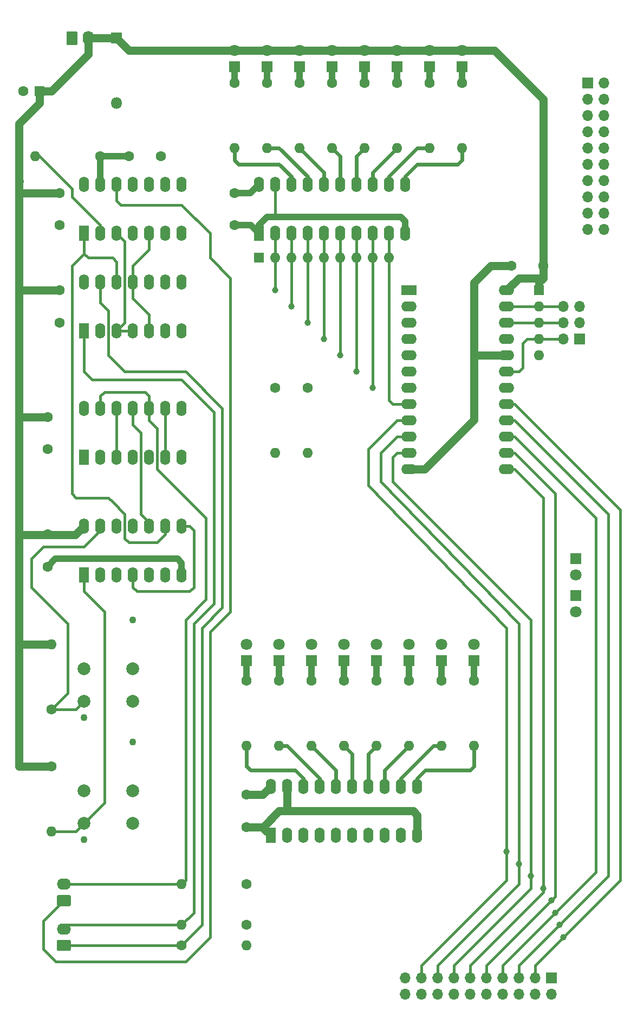
<source format=gbr>
G04 #@! TF.GenerationSoftware,KiCad,Pcbnew,(5.1.7)-1*
G04 #@! TF.CreationDate,2020-12-28T01:07:41+01:00*
G04 #@! TF.ProjectId,speichermodul,73706569-6368-4657-926d-6f64756c2e6b,rev?*
G04 #@! TF.SameCoordinates,Original*
G04 #@! TF.FileFunction,Copper,L1,Top*
G04 #@! TF.FilePolarity,Positive*
%FSLAX46Y46*%
G04 Gerber Fmt 4.6, Leading zero omitted, Abs format (unit mm)*
G04 Created by KiCad (PCBNEW (5.1.7)-1) date 2020-12-28 01:07:41*
%MOMM*%
%LPD*%
G01*
G04 APERTURE LIST*
G04 #@! TA.AperFunction,ComponentPad*
%ADD10C,1.600000*%
G04 #@! TD*
G04 #@! TA.AperFunction,ComponentPad*
%ADD11R,1.600000X2.400000*%
G04 #@! TD*
G04 #@! TA.AperFunction,ComponentPad*
%ADD12O,1.600000X2.400000*%
G04 #@! TD*
G04 #@! TA.AperFunction,ComponentPad*
%ADD13O,1.800000X1.800000*%
G04 #@! TD*
G04 #@! TA.AperFunction,ComponentPad*
%ADD14R,1.800000X1.800000*%
G04 #@! TD*
G04 #@! TA.AperFunction,ComponentPad*
%ADD15R,1.600000X1.600000*%
G04 #@! TD*
G04 #@! TA.AperFunction,ComponentPad*
%ADD16O,1.600000X1.600000*%
G04 #@! TD*
G04 #@! TA.AperFunction,ComponentPad*
%ADD17O,1.700000X1.700000*%
G04 #@! TD*
G04 #@! TA.AperFunction,ComponentPad*
%ADD18R,1.700000X1.700000*%
G04 #@! TD*
G04 #@! TA.AperFunction,ComponentPad*
%ADD19R,2.400000X1.600000*%
G04 #@! TD*
G04 #@! TA.AperFunction,ComponentPad*
%ADD20O,2.400000X1.600000*%
G04 #@! TD*
G04 #@! TA.AperFunction,ComponentPad*
%ADD21C,1.800000*%
G04 #@! TD*
G04 #@! TA.AperFunction,ComponentPad*
%ADD22C,2.000000*%
G04 #@! TD*
G04 #@! TA.AperFunction,ComponentPad*
%ADD23C,1.100000*%
G04 #@! TD*
G04 #@! TA.AperFunction,ComponentPad*
%ADD24O,1.740000X2.190000*%
G04 #@! TD*
G04 #@! TA.AperFunction,ComponentPad*
%ADD25O,2.190000X1.740000*%
G04 #@! TD*
G04 #@! TA.AperFunction,ViaPad*
%ADD26C,1.000000*%
G04 #@! TD*
G04 #@! TA.AperFunction,Conductor*
%ADD27C,1.250000*%
G04 #@! TD*
G04 #@! TA.AperFunction,Conductor*
%ADD28C,1.000000*%
G04 #@! TD*
G04 #@! TA.AperFunction,Conductor*
%ADD29C,0.400000*%
G04 #@! TD*
G04 #@! TA.AperFunction,Conductor*
%ADD30C,0.600000*%
G04 #@! TD*
G04 APERTURE END LIST*
D10*
X61515000Y-52705000D03*
X56515000Y-52705000D03*
D11*
X78740000Y-158750000D03*
D12*
X101600000Y-151130000D03*
X81280000Y-158750000D03*
X99060000Y-151130000D03*
X83820000Y-158750000D03*
X96520000Y-151130000D03*
X86360000Y-158750000D03*
X93980000Y-151130000D03*
X88900000Y-158750000D03*
X91440000Y-151130000D03*
X91440000Y-158750000D03*
X88900000Y-151130000D03*
X93980000Y-158750000D03*
X86360000Y-151130000D03*
X96520000Y-158750000D03*
X83820000Y-151130000D03*
X99060000Y-158750000D03*
X81280000Y-151130000D03*
X101600000Y-158750000D03*
X78740000Y-151130000D03*
D13*
X54610000Y-44450000D03*
D14*
X54610000Y-34290000D03*
D10*
X40045000Y-42545000D03*
D15*
X42545000Y-42545000D03*
D16*
X120650000Y-83820000D03*
X120650000Y-81280000D03*
X120650000Y-78740000D03*
X120650000Y-76200000D03*
D15*
X120650000Y-73660000D03*
D17*
X124460000Y-76200000D03*
X127000000Y-76200000D03*
X124460000Y-78740000D03*
X127000000Y-78740000D03*
X124460000Y-81280000D03*
D18*
X127000000Y-81280000D03*
D17*
X99695000Y-183515000D03*
X99695000Y-180975000D03*
X102235000Y-183515000D03*
X102235000Y-180975000D03*
X104775000Y-183515000D03*
X104775000Y-180975000D03*
X107315000Y-183515000D03*
X107315000Y-180975000D03*
X109855000Y-183515000D03*
X109855000Y-180975000D03*
X112395000Y-183515000D03*
X112395000Y-180975000D03*
X114935000Y-183515000D03*
X114935000Y-180975000D03*
X117475000Y-183515000D03*
X117475000Y-180975000D03*
X120015000Y-183515000D03*
X120015000Y-180975000D03*
X122555000Y-183515000D03*
D18*
X122555000Y-180975000D03*
D17*
X130810000Y-64135000D03*
X128270000Y-64135000D03*
X130810000Y-61595000D03*
X128270000Y-61595000D03*
X130810000Y-59055000D03*
X128270000Y-59055000D03*
X130810000Y-56515000D03*
X128270000Y-56515000D03*
X130810000Y-53975000D03*
X128270000Y-53975000D03*
X130810000Y-51435000D03*
X128270000Y-51435000D03*
X130810000Y-48895000D03*
X128270000Y-48895000D03*
X130810000Y-46355000D03*
X128270000Y-46355000D03*
X130810000Y-43815000D03*
X128270000Y-43815000D03*
X130810000Y-41275000D03*
D18*
X128270000Y-41275000D03*
D19*
X100330000Y-73660000D03*
D20*
X115570000Y-101600000D03*
X100330000Y-76200000D03*
X115570000Y-99060000D03*
X100330000Y-78740000D03*
X115570000Y-96520000D03*
X100330000Y-81280000D03*
X115570000Y-93980000D03*
X100330000Y-83820000D03*
X115570000Y-91440000D03*
X100330000Y-86360000D03*
X115570000Y-88900000D03*
X100330000Y-88900000D03*
X115570000Y-86360000D03*
X100330000Y-91440000D03*
X115570000Y-83820000D03*
X100330000Y-93980000D03*
X115570000Y-81280000D03*
X100330000Y-96520000D03*
X115570000Y-78740000D03*
X100330000Y-99060000D03*
X115570000Y-76200000D03*
X100330000Y-101600000D03*
X115570000Y-73660000D03*
D12*
X76835000Y-57150000D03*
X99695000Y-64770000D03*
X79375000Y-57150000D03*
X97155000Y-64770000D03*
X81915000Y-57150000D03*
X94615000Y-64770000D03*
X84455000Y-57150000D03*
X92075000Y-64770000D03*
X86995000Y-57150000D03*
X89535000Y-64770000D03*
X89535000Y-57150000D03*
X86995000Y-64770000D03*
X92075000Y-57150000D03*
X84455000Y-64770000D03*
X94615000Y-57150000D03*
X81915000Y-64770000D03*
X97155000Y-57150000D03*
X79375000Y-64770000D03*
X99695000Y-57150000D03*
D11*
X76835000Y-64770000D03*
D10*
X74930000Y-152400000D03*
X74930000Y-157400000D03*
X116285000Y-69850000D03*
X121285000Y-69850000D03*
X45720000Y-63500000D03*
X45720000Y-58500000D03*
X73025000Y-63500000D03*
X73025000Y-58500000D03*
X43815000Y-98425000D03*
X43815000Y-93425000D03*
X43815000Y-116760000D03*
X43815000Y-111760000D03*
X45720000Y-78660000D03*
X45720000Y-73660000D03*
D21*
X73025000Y-36195000D03*
D14*
X73025000Y-38735000D03*
D21*
X78105000Y-36195000D03*
D14*
X78105000Y-38735000D03*
D21*
X83185000Y-36195000D03*
D14*
X83185000Y-38735000D03*
D21*
X88265000Y-36195000D03*
D14*
X88265000Y-38735000D03*
D21*
X93345000Y-36195000D03*
D14*
X93345000Y-38735000D03*
D21*
X98425000Y-36195000D03*
D14*
X98425000Y-38735000D03*
D21*
X103505000Y-36195000D03*
D14*
X103505000Y-38735000D03*
D21*
X108585000Y-36195000D03*
D14*
X108585000Y-38735000D03*
X74930000Y-131445000D03*
D21*
X74930000Y-128905000D03*
D14*
X80010000Y-131445000D03*
D21*
X80010000Y-128905000D03*
D14*
X85090000Y-131445000D03*
D21*
X85090000Y-128905000D03*
D14*
X90170000Y-131445000D03*
D21*
X90170000Y-128905000D03*
D14*
X95250000Y-131445000D03*
D21*
X95250000Y-128905000D03*
D14*
X100330000Y-131445000D03*
D21*
X100330000Y-128905000D03*
D14*
X105410000Y-131445000D03*
D21*
X105410000Y-128905000D03*
D14*
X110490000Y-131445000D03*
D21*
X110490000Y-128905000D03*
X126365000Y-118110000D03*
D14*
X126365000Y-115570000D03*
D21*
X126365000Y-123825000D03*
D14*
X126365000Y-121285000D03*
D16*
X74930000Y-175895000D03*
D10*
X64770000Y-175895000D03*
D16*
X64770000Y-172720000D03*
D10*
X74930000Y-172720000D03*
D16*
X108585000Y-51435000D03*
D10*
X108585000Y-41275000D03*
D16*
X103505000Y-51435000D03*
D10*
X103505000Y-41275000D03*
D16*
X98425000Y-51435000D03*
D10*
X98425000Y-41275000D03*
D16*
X93345000Y-51435000D03*
D10*
X93345000Y-41275000D03*
D16*
X88265000Y-51435000D03*
D10*
X88265000Y-41275000D03*
D16*
X83185000Y-51435000D03*
D10*
X83185000Y-41275000D03*
D16*
X78105000Y-51435000D03*
D10*
X78105000Y-41275000D03*
D16*
X73025000Y-51435000D03*
D10*
X73025000Y-41275000D03*
X110490000Y-134620000D03*
D16*
X110490000Y-144780000D03*
D10*
X105410000Y-134620000D03*
D16*
X105410000Y-144780000D03*
D10*
X100330000Y-134620000D03*
D16*
X100330000Y-144780000D03*
D10*
X95250000Y-134620000D03*
D16*
X95250000Y-144780000D03*
D10*
X90170000Y-134620000D03*
D16*
X90170000Y-144780000D03*
D10*
X85090000Y-134620000D03*
D16*
X85090000Y-144780000D03*
D10*
X80010000Y-134620000D03*
D16*
X80010000Y-144780000D03*
X84455000Y-99060000D03*
D10*
X84455000Y-88900000D03*
D16*
X79375000Y-99060000D03*
D10*
X79375000Y-88900000D03*
D16*
X41910000Y-52705000D03*
D10*
X52070000Y-52705000D03*
X74930000Y-134620000D03*
D16*
X74930000Y-144780000D03*
X64770000Y-166370000D03*
D10*
X74930000Y-166370000D03*
D16*
X44450000Y-128905000D03*
D10*
X44450000Y-139065000D03*
D16*
X44450000Y-158115000D03*
D10*
X44450000Y-147955000D03*
D12*
X49530000Y-57150000D03*
X64770000Y-64770000D03*
X52070000Y-57150000D03*
X62230000Y-64770000D03*
X54610000Y-57150000D03*
X59690000Y-64770000D03*
X57150000Y-57150000D03*
X57150000Y-64770000D03*
X59690000Y-57150000D03*
X54610000Y-64770000D03*
X62230000Y-57150000D03*
X52070000Y-64770000D03*
X64770000Y-57150000D03*
D11*
X49530000Y-64770000D03*
D12*
X49530000Y-72390000D03*
X64770000Y-80010000D03*
X52070000Y-72390000D03*
X62230000Y-80010000D03*
X54610000Y-72390000D03*
X59690000Y-80010000D03*
X57150000Y-72390000D03*
X57150000Y-80010000D03*
X59690000Y-72390000D03*
X54610000Y-80010000D03*
X62230000Y-72390000D03*
X52070000Y-80010000D03*
X64770000Y-72390000D03*
D11*
X49530000Y-80010000D03*
D12*
X49530000Y-92075000D03*
X64770000Y-99695000D03*
X52070000Y-92075000D03*
X62230000Y-99695000D03*
X54610000Y-92075000D03*
X59690000Y-99695000D03*
X57150000Y-92075000D03*
X57150000Y-99695000D03*
X59690000Y-92075000D03*
X54610000Y-99695000D03*
X62230000Y-92075000D03*
X52070000Y-99695000D03*
X64770000Y-92075000D03*
D11*
X49530000Y-99695000D03*
D12*
X49530000Y-110490000D03*
X64770000Y-118110000D03*
X52070000Y-110490000D03*
X62230000Y-118110000D03*
X54610000Y-110490000D03*
X59690000Y-118110000D03*
X57150000Y-110490000D03*
X57150000Y-118110000D03*
X59690000Y-110490000D03*
X54610000Y-118110000D03*
X62230000Y-110490000D03*
X52070000Y-118110000D03*
X64770000Y-110490000D03*
D11*
X49530000Y-118110000D03*
D22*
X57150000Y-151765000D03*
D23*
X49530000Y-159385000D03*
X57150000Y-144145000D03*
D22*
X57150000Y-156845000D03*
X49530000Y-151765000D03*
X49530000Y-156845000D03*
X49530000Y-137795000D03*
X49530000Y-132715000D03*
X57150000Y-137795000D03*
D23*
X57150000Y-125095000D03*
X49530000Y-140335000D03*
D22*
X57150000Y-132715000D03*
D24*
X50165000Y-34290000D03*
G04 #@! TA.AperFunction,ComponentPad*
G36*
G01*
X46755000Y-35135001D02*
X46755000Y-33444999D01*
G75*
G02*
X47004999Y-33195000I249999J0D01*
G01*
X48245001Y-33195000D01*
G75*
G02*
X48495000Y-33444999I0J-249999D01*
G01*
X48495000Y-35135001D01*
G75*
G02*
X48245001Y-35385000I-249999J0D01*
G01*
X47004999Y-35385000D01*
G75*
G02*
X46755000Y-35135001I0J249999D01*
G01*
G37*
G04 #@! TD.AperFunction*
D25*
X46355000Y-166370000D03*
G04 #@! TA.AperFunction,ComponentPad*
G36*
G01*
X47200001Y-169780000D02*
X45509999Y-169780000D01*
G75*
G02*
X45260000Y-169530001I0J249999D01*
G01*
X45260000Y-168289999D01*
G75*
G02*
X45509999Y-168040000I249999J0D01*
G01*
X47200001Y-168040000D01*
G75*
G02*
X47450000Y-168289999I0J-249999D01*
G01*
X47450000Y-169530001D01*
G75*
G02*
X47200001Y-169780000I-249999J0D01*
G01*
G37*
G04 #@! TD.AperFunction*
X46355000Y-173355000D03*
G04 #@! TA.AperFunction,ComponentPad*
G36*
G01*
X47200001Y-176765000D02*
X45509999Y-176765000D01*
G75*
G02*
X45260000Y-176515001I0J249999D01*
G01*
X45260000Y-175274999D01*
G75*
G02*
X45509999Y-175025000I249999J0D01*
G01*
X47200001Y-175025000D01*
G75*
G02*
X47450000Y-175274999I0J-249999D01*
G01*
X47450000Y-176515001D01*
G75*
G02*
X47200001Y-176765000I-249999J0D01*
G01*
G37*
G04 #@! TD.AperFunction*
D16*
X97155000Y-68580000D03*
X94615000Y-68580000D03*
X92075000Y-68580000D03*
X89535000Y-68580000D03*
X86995000Y-68580000D03*
X84455000Y-68580000D03*
X81915000Y-68580000D03*
X79375000Y-68580000D03*
D15*
X76835000Y-68580000D03*
D26*
X115570000Y-161290000D03*
X117475000Y-163195000D03*
X119380000Y-165100000D03*
X121285000Y-167005000D03*
X122555000Y-168910000D03*
X123190000Y-170815000D03*
X123825000Y-172720000D03*
X124460000Y-174625000D03*
X79375000Y-73660000D03*
X81915000Y-76200000D03*
X84455000Y-78740000D03*
X86995000Y-81280000D03*
X89535000Y-83820000D03*
X92075000Y-86360000D03*
X94615000Y-88900000D03*
D27*
X50165000Y-34290000D02*
X54610000Y-34290000D01*
X50165000Y-34290000D02*
X50165000Y-36830000D01*
X44450000Y-42545000D02*
X42545000Y-42545000D01*
X50165000Y-36830000D02*
X44450000Y-42545000D01*
X42545000Y-42545000D02*
X42545000Y-44450000D01*
X42545000Y-44450000D02*
X39370000Y-47625000D01*
X39370000Y-47625000D02*
X39370000Y-50165000D01*
X39450000Y-56595000D02*
X39370000Y-56515000D01*
X45720000Y-58500000D02*
X39450000Y-58500000D01*
X39370000Y-50165000D02*
X39370000Y-56515000D01*
D28*
X75485000Y-58500000D02*
X76835000Y-57150000D01*
X73025000Y-58500000D02*
X75485000Y-58500000D01*
D27*
X54610000Y-34290000D02*
X56515000Y-36195000D01*
X56515000Y-36195000D02*
X108585000Y-36195000D01*
X108585000Y-36195000D02*
X113665000Y-36195000D01*
X113665000Y-36195000D02*
X121285000Y-43815000D01*
X77470000Y-152400000D02*
X78740000Y-151130000D01*
X74930000Y-152400000D02*
X77470000Y-152400000D01*
X39450000Y-111840000D02*
X39370000Y-111760000D01*
X45720000Y-111840000D02*
X39450000Y-111840000D01*
X39370000Y-93345000D02*
X39370000Y-111760000D01*
X39370000Y-73025000D02*
X39370000Y-93345000D01*
X39370000Y-56515000D02*
X39370000Y-73025000D01*
X48180000Y-111840000D02*
X49530000Y-110490000D01*
X45720000Y-111840000D02*
X48180000Y-111840000D01*
X39450000Y-93425000D02*
X39370000Y-93345000D01*
X43815000Y-93425000D02*
X39450000Y-93425000D01*
X45720000Y-73660000D02*
X39370000Y-73660000D01*
X121285000Y-69850000D02*
X121285000Y-71755000D01*
X117475000Y-71755000D02*
X115570000Y-73660000D01*
X121285000Y-71755000D02*
X117475000Y-71755000D01*
X121285000Y-69850000D02*
X121285000Y-43815000D01*
X120650000Y-72390000D02*
X121285000Y-71755000D01*
X120650000Y-73660000D02*
X120650000Y-72390000D01*
X39370000Y-130175000D02*
X39370000Y-111760000D01*
X39370000Y-147955000D02*
X39370000Y-130175000D01*
X44450000Y-147955000D02*
X39370000Y-147955000D01*
X44450000Y-128905000D02*
X39370000Y-128905000D01*
D29*
X98425000Y-93980000D02*
X100330000Y-93980000D01*
X93980000Y-98425000D02*
X98425000Y-93980000D01*
X93980000Y-104140000D02*
X93980000Y-98425000D01*
X115570000Y-126365000D02*
X93980000Y-104140000D01*
X102235000Y-179070000D02*
X102235000Y-180975000D01*
X115570000Y-165735000D02*
X102235000Y-179070000D01*
X115570000Y-126365000D02*
X115570000Y-165735000D01*
X95885000Y-103505000D02*
X95885000Y-99060000D01*
X117475000Y-125730000D02*
X95885000Y-103505000D01*
X98425000Y-96520000D02*
X100330000Y-96520000D01*
X117475000Y-166370000D02*
X117475000Y-125730000D01*
X104775000Y-179070000D02*
X117475000Y-166370000D01*
X95885000Y-99060000D02*
X98425000Y-96520000D01*
X104775000Y-180975000D02*
X104775000Y-179070000D01*
X107315000Y-179070000D02*
X107315000Y-180975000D01*
X97790000Y-99695000D02*
X97790000Y-103505000D01*
X97790000Y-103505000D02*
X119380000Y-125095000D01*
X98425000Y-99060000D02*
X97790000Y-99695000D01*
X119380000Y-125095000D02*
X119380000Y-167005000D01*
X100330000Y-99060000D02*
X98425000Y-99060000D01*
X107315000Y-179070000D02*
X119380000Y-167005000D01*
X109855000Y-179070000D02*
X109855000Y-180975000D01*
X121285000Y-167640000D02*
X109855000Y-179070000D01*
X121285000Y-106045000D02*
X121285000Y-167640000D01*
X116840000Y-101600000D02*
X121285000Y-106045000D01*
X115570000Y-101600000D02*
X116840000Y-101600000D01*
X112395000Y-179070000D02*
X118745000Y-172720000D01*
X112395000Y-180975000D02*
X112395000Y-179070000D01*
X115570000Y-99060000D02*
X116840000Y-99060000D01*
X116840000Y-99060000D02*
X123190000Y-105410000D01*
X123190000Y-105410000D02*
X123190000Y-112395000D01*
X123190000Y-112395000D02*
X123190000Y-168275000D01*
X123190000Y-168275000D02*
X118745000Y-172720000D01*
X114935000Y-179070000D02*
X114935000Y-180975000D01*
X116840000Y-96520000D02*
X129540000Y-109220000D01*
X129540000Y-164465000D02*
X129541845Y-164466845D01*
X115570000Y-96520000D02*
X116840000Y-96520000D01*
X129540000Y-109220000D02*
X129540000Y-164465000D01*
X129541845Y-164466845D02*
X114935000Y-179070000D01*
X129543691Y-164465000D02*
X129541845Y-164466845D01*
X131445000Y-165100000D02*
X117475000Y-179070000D01*
X131445000Y-108585000D02*
X131445000Y-165100000D01*
X116840000Y-93980000D02*
X131445000Y-108585000D01*
X117475000Y-179070000D02*
X117475000Y-180975000D01*
X115570000Y-93980000D02*
X116840000Y-93980000D01*
X120015000Y-179070000D02*
X120015000Y-180975000D01*
X133350000Y-165735000D02*
X120015000Y-179070000D01*
X133350000Y-107950000D02*
X133350000Y-165735000D01*
X116840000Y-91440000D02*
X133350000Y-107950000D01*
X115570000Y-91440000D02*
X116840000Y-91440000D01*
D28*
X75565000Y-63500000D02*
X76835000Y-64770000D01*
X73025000Y-63500000D02*
X75565000Y-63500000D01*
X76835000Y-64770000D02*
X76835000Y-63500000D01*
X76835000Y-63500000D02*
X78105000Y-62230000D01*
X99695000Y-62865000D02*
X99695000Y-64770000D01*
X99060000Y-62230000D02*
X99695000Y-62865000D01*
D29*
X79375000Y-57150000D02*
X79375000Y-62230000D01*
D28*
X79375000Y-62230000D02*
X99060000Y-62230000D01*
X78105000Y-62230000D02*
X79375000Y-62230000D01*
D27*
X102780000Y-101600000D02*
X100330000Y-101600000D01*
X110490000Y-93890000D02*
X102780000Y-101600000D01*
X115570000Y-83820000D02*
X110490000Y-83820000D01*
X110490000Y-83820000D02*
X110490000Y-93890000D01*
X110490000Y-72470000D02*
X110490000Y-83820000D01*
X77390000Y-157400000D02*
X78740000Y-158750000D01*
X74930000Y-157400000D02*
X77390000Y-157400000D01*
X77390000Y-157400000D02*
X77550000Y-157400000D01*
X77550000Y-157400000D02*
X80010000Y-154940000D01*
X101600000Y-155575000D02*
X101600000Y-158750000D01*
X100965000Y-154940000D02*
X101600000Y-155575000D01*
X81280000Y-154940000D02*
X81280000Y-151130000D01*
X80010000Y-154940000D02*
X81280000Y-154940000D01*
X81280000Y-154940000D02*
X100965000Y-154940000D01*
D28*
X64770000Y-116205000D02*
X64770000Y-118110000D01*
X64135000Y-115570000D02*
X64770000Y-116205000D01*
X45005000Y-115570000D02*
X64135000Y-115570000D01*
X43815000Y-116760000D02*
X45005000Y-115570000D01*
D27*
X113110000Y-69850000D02*
X110490000Y-72470000D01*
X116285000Y-69850000D02*
X113110000Y-69850000D01*
D30*
X101600000Y-151130000D02*
X101600000Y-149860000D01*
X110490000Y-147955000D02*
X110490000Y-144780000D01*
X109855000Y-148590000D02*
X110490000Y-147955000D01*
X102870000Y-148590000D02*
X109855000Y-148590000D01*
X101600000Y-149860000D02*
X102870000Y-148590000D01*
X99060000Y-151130000D02*
X99060000Y-149860000D01*
X104140000Y-144780000D02*
X105410000Y-144780000D01*
X99060000Y-149860000D02*
X104140000Y-144780000D01*
X96520000Y-148590000D02*
X100330000Y-144780000D01*
X96520000Y-151130000D02*
X96520000Y-148590000D01*
X93980000Y-146050000D02*
X95250000Y-144780000D01*
X93980000Y-151130000D02*
X93980000Y-146050000D01*
X91440000Y-146050000D02*
X90170000Y-144780000D01*
X91440000Y-151130000D02*
X91440000Y-146050000D01*
X88900000Y-148590000D02*
X85090000Y-144780000D01*
X88900000Y-151130000D02*
X88900000Y-148590000D01*
X86360000Y-151130000D02*
X86360000Y-149860000D01*
X81280000Y-144780000D02*
X80010000Y-144780000D01*
X86360000Y-149860000D02*
X81280000Y-144780000D01*
X83820000Y-151130000D02*
X83820000Y-149860000D01*
X75565000Y-148590000D02*
X74930000Y-147955000D01*
X74930000Y-147955000D02*
X74930000Y-144780000D01*
X82550000Y-148590000D02*
X75565000Y-148590000D01*
X83820000Y-149860000D02*
X82550000Y-148590000D01*
X81915000Y-57150000D02*
X81915000Y-55880000D01*
X81915000Y-55880000D02*
X80010000Y-53975000D01*
X80010000Y-53975000D02*
X73660000Y-53975000D01*
X73660000Y-53975000D02*
X73025000Y-53340000D01*
X73025000Y-53340000D02*
X73025000Y-51435000D01*
X84455000Y-57150000D02*
X84455000Y-55880000D01*
X80010000Y-51435000D02*
X78105000Y-51435000D01*
X84455000Y-55880000D02*
X80010000Y-51435000D01*
X86995000Y-55245000D02*
X83185000Y-51435000D01*
X86995000Y-57150000D02*
X86995000Y-55245000D01*
X89535000Y-52705000D02*
X88265000Y-51435000D01*
X89535000Y-57150000D02*
X89535000Y-52705000D01*
X92075000Y-52705000D02*
X93345000Y-51435000D01*
X92075000Y-57150000D02*
X92075000Y-52705000D01*
X94615000Y-55245000D02*
X98425000Y-51435000D01*
X94615000Y-57150000D02*
X94615000Y-55245000D01*
X97155000Y-57150000D02*
X97155000Y-55880000D01*
X97155000Y-55880000D02*
X101600000Y-51435000D01*
X101600000Y-51435000D02*
X103505000Y-51435000D01*
X107950000Y-53975000D02*
X108585000Y-53340000D01*
X99695000Y-57150000D02*
X99695000Y-55880000D01*
X99695000Y-55880000D02*
X101600000Y-53975000D01*
X101600000Y-53975000D02*
X107950000Y-53975000D01*
X108585000Y-53340000D02*
X108585000Y-51435000D01*
D29*
X79375000Y-73660000D02*
X79375000Y-68580000D01*
X79375000Y-68580000D02*
X79375000Y-64770000D01*
X81915000Y-76200000D02*
X81915000Y-68580000D01*
X81915000Y-68580000D02*
X81915000Y-64770000D01*
X84455000Y-78740000D02*
X84455000Y-68580000D01*
X84455000Y-68580000D02*
X84455000Y-64770000D01*
X86995000Y-81280000D02*
X86995000Y-68580000D01*
X86995000Y-64770000D02*
X86995000Y-68580000D01*
X89535000Y-83820000D02*
X89535000Y-68580000D01*
X89535000Y-68580000D02*
X89535000Y-65405000D01*
X89535000Y-65405000D02*
X89535000Y-64770000D01*
X92075000Y-86360000D02*
X92075000Y-68580000D01*
X92075000Y-68580000D02*
X92075000Y-64770000D01*
X94615000Y-88900000D02*
X94615000Y-68580000D01*
X94615000Y-68580000D02*
X94615000Y-64770000D01*
X97155000Y-68580000D02*
X97155000Y-64770000D01*
X97155000Y-90805000D02*
X97155000Y-68580000D01*
X97790000Y-91440000D02*
X97155000Y-90805000D01*
X100330000Y-91440000D02*
X97790000Y-91440000D01*
X48260000Y-158115000D02*
X49530000Y-156845000D01*
X44450000Y-158115000D02*
X48260000Y-158115000D01*
X49530000Y-156845000D02*
X52705000Y-153670000D01*
X52705000Y-153670000D02*
X52705000Y-123825000D01*
X52705000Y-123825000D02*
X49530000Y-120650000D01*
X49530000Y-120650000D02*
X49530000Y-118110000D01*
X43180000Y-113665000D02*
X41275000Y-115570000D01*
X49530000Y-113665000D02*
X43180000Y-113665000D01*
X52070000Y-111125000D02*
X49530000Y-113665000D01*
X52070000Y-110490000D02*
X52070000Y-111125000D01*
X48260000Y-139065000D02*
X49530000Y-137795000D01*
X44450000Y-139065000D02*
X48260000Y-139065000D01*
X44450000Y-139065000D02*
X46990000Y-136525000D01*
X46990000Y-136525000D02*
X46990000Y-125730000D01*
X46990000Y-125730000D02*
X41275000Y-120015000D01*
X41275000Y-115570000D02*
X41275000Y-120015000D01*
X62230000Y-92075000D02*
X62230000Y-99695000D01*
X54610000Y-99695000D02*
X54610000Y-92075000D01*
X59690000Y-110490000D02*
X59690000Y-109855000D01*
X59690000Y-109855000D02*
X58420000Y-108585000D01*
X58420000Y-108585000D02*
X58420000Y-95885000D01*
X58420000Y-95885000D02*
X57150000Y-94615000D01*
X57150000Y-94615000D02*
X57150000Y-92075000D01*
X66040000Y-110490000D02*
X64770000Y-110490000D01*
X66675000Y-111125000D02*
X66040000Y-110490000D01*
X66040000Y-120650000D02*
X66675000Y-120015000D01*
X66675000Y-120015000D02*
X66675000Y-111125000D01*
X57785000Y-120650000D02*
X66040000Y-120650000D01*
X57150000Y-120015000D02*
X57785000Y-120650000D01*
X57150000Y-118110000D02*
X57150000Y-120015000D01*
X54610000Y-80010000D02*
X57150000Y-80010000D01*
X54610000Y-64770000D02*
X55880000Y-66040000D01*
X55880000Y-78740000D02*
X54610000Y-80010000D01*
X55880000Y-66040000D02*
X55880000Y-78740000D01*
X57150000Y-72390000D02*
X57150000Y-74930000D01*
X59690000Y-77470000D02*
X59690000Y-80010000D01*
X57150000Y-74930000D02*
X59690000Y-77470000D01*
X57150000Y-72390000D02*
X57150000Y-69850000D01*
X57150000Y-69850000D02*
X59690000Y-67310000D01*
X59690000Y-67310000D02*
X59690000Y-64770000D01*
X54610000Y-72390000D02*
X54610000Y-69215000D01*
X54610000Y-69215000D02*
X53975000Y-68580000D01*
X53975000Y-68580000D02*
X50165000Y-68580000D01*
X49530000Y-67945000D02*
X49530000Y-64770000D01*
X50165000Y-68580000D02*
X49530000Y-67945000D01*
X47625000Y-69850000D02*
X49530000Y-67945000D01*
X47625000Y-105410000D02*
X47625000Y-69850000D01*
X62230000Y-111760000D02*
X60960000Y-113030000D01*
X62230000Y-110490000D02*
X62230000Y-111760000D01*
X60960000Y-113030000D02*
X57785000Y-113030000D01*
X57785000Y-113030000D02*
X56515000Y-113030000D01*
X56515000Y-113030000D02*
X55880000Y-112395000D01*
X55880000Y-112395000D02*
X55880000Y-108585000D01*
X55880000Y-108585000D02*
X53975000Y-106680000D01*
X53975000Y-106680000D02*
X53340000Y-106045000D01*
X53340000Y-106045000D02*
X48260000Y-106045000D01*
X48260000Y-106045000D02*
X47625000Y-105410000D01*
X47625000Y-57785000D02*
X42545000Y-52705000D01*
X47625000Y-59055000D02*
X47625000Y-57785000D01*
X52070000Y-63500000D02*
X47625000Y-59055000D01*
X52070000Y-64770000D02*
X52070000Y-63500000D01*
X41910000Y-52705000D02*
X42545000Y-52705000D01*
X124460000Y-76200000D02*
X115570000Y-76200000D01*
X124460000Y-78740000D02*
X115570000Y-78740000D01*
X124460000Y-81280000D02*
X120650000Y-81280000D01*
X120650000Y-81280000D02*
X118745000Y-81280000D01*
X118745000Y-81280000D02*
X118110000Y-81915000D01*
X118110000Y-81915000D02*
X118110000Y-85725000D01*
X117475000Y-86360000D02*
X115570000Y-86360000D01*
X118110000Y-85725000D02*
X117475000Y-86360000D01*
D28*
X110490000Y-131445000D02*
X110490000Y-134620000D01*
X105410000Y-134620000D02*
X105410000Y-131445000D01*
X100330000Y-131445000D02*
X100330000Y-134620000D01*
X95250000Y-131445000D02*
X95250000Y-134620000D01*
X90170000Y-131445000D02*
X90170000Y-134620000D01*
X85090000Y-131445000D02*
X85090000Y-134620000D01*
X80010000Y-131445000D02*
X80010000Y-134620000D01*
X74930000Y-134620000D02*
X74930000Y-131445000D01*
X108585000Y-38735000D02*
X108585000Y-41275000D01*
X103505000Y-41275000D02*
X103505000Y-38735000D01*
X98425000Y-38735000D02*
X98425000Y-41275000D01*
X93345000Y-41275000D02*
X93345000Y-38735000D01*
X88265000Y-41275000D02*
X88265000Y-38735000D01*
X83185000Y-41275000D02*
X83185000Y-38735000D01*
X78105000Y-41275000D02*
X78105000Y-38735000D01*
X73025000Y-41275000D02*
X73025000Y-38735000D01*
X52070000Y-57150000D02*
X52070000Y-52705000D01*
X52070000Y-52705000D02*
X56515000Y-52705000D01*
D29*
X46990000Y-172720000D02*
X46355000Y-173355000D01*
X64770000Y-172720000D02*
X46990000Y-172720000D01*
X49530000Y-86360000D02*
X49530000Y-80010000D01*
X64770000Y-87630000D02*
X50800000Y-87630000D01*
X69850000Y-122555000D02*
X69850000Y-92710000D01*
X66675000Y-125730000D02*
X69850000Y-122555000D01*
X50800000Y-87630000D02*
X49530000Y-86360000D01*
X69850000Y-92710000D02*
X64770000Y-87630000D01*
X66675000Y-170815000D02*
X66675000Y-125730000D01*
X64770000Y-172720000D02*
X66675000Y-170815000D01*
X46355000Y-175895000D02*
X64770000Y-175895000D01*
X53340000Y-83820000D02*
X53340000Y-76835000D01*
X52070000Y-75565000D02*
X52070000Y-72390000D01*
X55880000Y-86360000D02*
X53340000Y-83820000D01*
X71120000Y-123190000D02*
X71120000Y-92075000D01*
X53340000Y-76835000D02*
X52070000Y-75565000D01*
X67945000Y-126365000D02*
X71120000Y-123190000D01*
X65405000Y-86360000D02*
X55880000Y-86360000D01*
X67945000Y-172720000D02*
X67945000Y-126365000D01*
X71120000Y-92075000D02*
X65405000Y-86360000D01*
X64770000Y-175895000D02*
X67945000Y-172720000D01*
X43180000Y-172085000D02*
X43180000Y-176530000D01*
X43180000Y-176530000D02*
X45085000Y-178435000D01*
X54610000Y-59690000D02*
X54610000Y-57150000D01*
X65405000Y-178435000D02*
X69215000Y-174625000D01*
X69215000Y-174625000D02*
X69215000Y-127000000D01*
X46355000Y-168910000D02*
X43180000Y-172085000D01*
X72390000Y-123825000D02*
X72390000Y-71755000D01*
X72390000Y-71755000D02*
X69215000Y-68580000D01*
X69215000Y-68580000D02*
X69215000Y-64770000D01*
X45085000Y-178435000D02*
X65405000Y-178435000D01*
X55245000Y-60325000D02*
X54610000Y-59690000D01*
X69215000Y-64770000D02*
X64770000Y-60325000D01*
X69215000Y-127000000D02*
X72390000Y-123825000D01*
X64770000Y-60325000D02*
X55245000Y-60325000D01*
X65405000Y-165735000D02*
X65405000Y-131445000D01*
X64770000Y-166370000D02*
X65405000Y-165735000D01*
X65405000Y-127635000D02*
X65405000Y-125095000D01*
X65405000Y-131445000D02*
X65405000Y-127635000D01*
X65405000Y-127635000D02*
X65405000Y-127000000D01*
X65405000Y-125095000D02*
X68580000Y-121920000D01*
X68580000Y-121920000D02*
X68580000Y-109220000D01*
X68580000Y-109220000D02*
X60960000Y-101600000D01*
X60960000Y-101600000D02*
X60960000Y-95250000D01*
X59690000Y-93980000D02*
X59690000Y-92075000D01*
X60960000Y-95250000D02*
X59690000Y-93980000D01*
X64770000Y-166370000D02*
X46355000Y-166370000D01*
X52070000Y-92075000D02*
X52070000Y-90170000D01*
X52070000Y-90170000D02*
X52705000Y-89535000D01*
X52705000Y-89535000D02*
X59055000Y-89535000D01*
X59690000Y-90170000D02*
X59690000Y-92075000D01*
X59055000Y-89535000D02*
X59690000Y-90170000D01*
M02*

</source>
